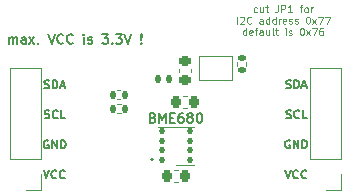
<source format=gbr>
%TF.GenerationSoftware,KiCad,Pcbnew,6.0.11-2627ca5db0~126~ubuntu22.04.1*%
%TF.CreationDate,2023-09-07T17:42:38+02:00*%
%TF.ProjectId,I2C_Module_BME680_FUEL4EP,4932435f-4d6f-4647-956c-655f424d4536,V1.0*%
%TF.SameCoordinates,Original*%
%TF.FileFunction,Legend,Top*%
%TF.FilePolarity,Positive*%
%FSLAX46Y46*%
G04 Gerber Fmt 4.6, Leading zero omitted, Abs format (unit mm)*
G04 Created by KiCad (PCBNEW 6.0.11-2627ca5db0~126~ubuntu22.04.1) date 2023-09-07 17:42:38*
%MOMM*%
%LPD*%
G01*
G04 APERTURE LIST*
G04 Aperture macros list*
%AMRoundRect*
0 Rectangle with rounded corners*
0 $1 Rounding radius*
0 $2 $3 $4 $5 $6 $7 $8 $9 X,Y pos of 4 corners*
0 Add a 4 corners polygon primitive as box body*
4,1,4,$2,$3,$4,$5,$6,$7,$8,$9,$2,$3,0*
0 Add four circle primitives for the rounded corners*
1,1,$1+$1,$2,$3*
1,1,$1+$1,$4,$5*
1,1,$1+$1,$6,$7*
1,1,$1+$1,$8,$9*
0 Add four rect primitives between the rounded corners*
20,1,$1+$1,$2,$3,$4,$5,0*
20,1,$1+$1,$4,$5,$6,$7,0*
20,1,$1+$1,$6,$7,$8,$9,0*
20,1,$1+$1,$8,$9,$2,$3,0*%
G04 Aperture macros list end*
%ADD10C,0.176200*%
%ADD11C,0.150000*%
%ADD12C,0.100000*%
%ADD13C,0.152400*%
%ADD14C,0.120000*%
%ADD15RoundRect,0.225000X0.250000X-0.225000X0.250000X0.225000X-0.250000X0.225000X-0.250000X-0.225000X0*%
%ADD16R,1.700000X1.700000*%
%ADD17O,1.700000X1.700000*%
%ADD18RoundRect,0.147500X-0.147500X-0.172500X0.147500X-0.172500X0.147500X0.172500X-0.147500X0.172500X0*%
%ADD19RoundRect,0.125000X0.137500X-0.125000X0.137500X0.125000X-0.137500X0.125000X-0.137500X-0.125000X0*%
%ADD20R,1.000000X1.500000*%
%ADD21RoundRect,0.225000X0.225000X0.250000X-0.225000X0.250000X-0.225000X-0.250000X0.225000X-0.250000X0*%
%ADD22RoundRect,0.135000X0.135000X0.185000X-0.135000X0.185000X-0.135000X-0.185000X0.135000X-0.185000X0*%
%ADD23RoundRect,0.135000X-0.185000X0.135000X-0.185000X-0.135000X0.185000X-0.135000X0.185000X0.135000X0*%
%ADD24RoundRect,0.225000X-0.225000X-0.250000X0.225000X-0.250000X0.225000X0.250000X-0.225000X0.250000X0*%
G04 APERTURE END LIST*
D10*
X13288100Y3200000D02*
G75*
G03*
X13288100Y3200000I-88100J0D01*
G01*
D11*
X4119666Y6736666D02*
X4219666Y6703333D01*
X4386333Y6703333D01*
X4453000Y6736666D01*
X4486333Y6770000D01*
X4519666Y6836666D01*
X4519666Y6903333D01*
X4486333Y6970000D01*
X4453000Y7003333D01*
X4386333Y7036666D01*
X4253000Y7070000D01*
X4186333Y7103333D01*
X4153000Y7136666D01*
X4119666Y7203333D01*
X4119666Y7270000D01*
X4153000Y7336666D01*
X4186333Y7370000D01*
X4253000Y7403333D01*
X4419666Y7403333D01*
X4519666Y7370000D01*
X5219666Y6770000D02*
X5186333Y6736666D01*
X5086333Y6703333D01*
X5019666Y6703333D01*
X4919666Y6736666D01*
X4853000Y6803333D01*
X4819666Y6870000D01*
X4786333Y7003333D01*
X4786333Y7103333D01*
X4819666Y7236666D01*
X4853000Y7303333D01*
X4919666Y7370000D01*
X5019666Y7403333D01*
X5086333Y7403333D01*
X5186333Y7370000D01*
X5219666Y7336666D01*
X5853000Y6703333D02*
X5519666Y6703333D01*
X5519666Y7403333D01*
X24550000Y9276666D02*
X24650000Y9243333D01*
X24816666Y9243333D01*
X24883333Y9276666D01*
X24916666Y9310000D01*
X24950000Y9376666D01*
X24950000Y9443333D01*
X24916666Y9510000D01*
X24883333Y9543333D01*
X24816666Y9576666D01*
X24683333Y9610000D01*
X24616666Y9643333D01*
X24583333Y9676666D01*
X24550000Y9743333D01*
X24550000Y9810000D01*
X24583333Y9876666D01*
X24616666Y9910000D01*
X24683333Y9943333D01*
X24850000Y9943333D01*
X24950000Y9910000D01*
X25250000Y9243333D02*
X25250000Y9943333D01*
X25416666Y9943333D01*
X25516666Y9910000D01*
X25583333Y9843333D01*
X25616666Y9776666D01*
X25650000Y9643333D01*
X25650000Y9543333D01*
X25616666Y9410000D01*
X25583333Y9343333D01*
X25516666Y9276666D01*
X25416666Y9243333D01*
X25250000Y9243333D01*
X25916666Y9443333D02*
X26250000Y9443333D01*
X25850000Y9243333D02*
X26083333Y9943333D01*
X26316666Y9243333D01*
X24866666Y4830000D02*
X24800000Y4863333D01*
X24700000Y4863333D01*
X24600000Y4830000D01*
X24533333Y4763333D01*
X24500000Y4696666D01*
X24466666Y4563333D01*
X24466666Y4463333D01*
X24500000Y4330000D01*
X24533333Y4263333D01*
X24600000Y4196666D01*
X24700000Y4163333D01*
X24766666Y4163333D01*
X24866666Y4196666D01*
X24900000Y4230000D01*
X24900000Y4463333D01*
X24766666Y4463333D01*
X25200000Y4163333D02*
X25200000Y4863333D01*
X25600000Y4163333D01*
X25600000Y4863333D01*
X25933333Y4163333D02*
X25933333Y4863333D01*
X26100000Y4863333D01*
X26200000Y4830000D01*
X26266666Y4763333D01*
X26300000Y4696666D01*
X26333333Y4563333D01*
X26333333Y4463333D01*
X26300000Y4330000D01*
X26266666Y4263333D01*
X26200000Y4196666D01*
X26100000Y4163333D01*
X25933333Y4163333D01*
X4419666Y4830000D02*
X4353000Y4863333D01*
X4253000Y4863333D01*
X4153000Y4830000D01*
X4086333Y4763333D01*
X4053000Y4696666D01*
X4019666Y4563333D01*
X4019666Y4463333D01*
X4053000Y4330000D01*
X4086333Y4263333D01*
X4153000Y4196666D01*
X4253000Y4163333D01*
X4319666Y4163333D01*
X4419666Y4196666D01*
X4453000Y4230000D01*
X4453000Y4463333D01*
X4319666Y4463333D01*
X4753000Y4163333D02*
X4753000Y4863333D01*
X5153000Y4163333D01*
X5153000Y4863333D01*
X5486333Y4163333D02*
X5486333Y4863333D01*
X5653000Y4863333D01*
X5753000Y4830000D01*
X5819666Y4763333D01*
X5853000Y4696666D01*
X5886333Y4563333D01*
X5886333Y4463333D01*
X5853000Y4330000D01*
X5819666Y4263333D01*
X5753000Y4196666D01*
X5653000Y4163333D01*
X5486333Y4163333D01*
X24566666Y6736666D02*
X24666666Y6703333D01*
X24833333Y6703333D01*
X24900000Y6736666D01*
X24933333Y6770000D01*
X24966666Y6836666D01*
X24966666Y6903333D01*
X24933333Y6970000D01*
X24900000Y7003333D01*
X24833333Y7036666D01*
X24700000Y7070000D01*
X24633333Y7103333D01*
X24600000Y7136666D01*
X24566666Y7203333D01*
X24566666Y7270000D01*
X24600000Y7336666D01*
X24633333Y7370000D01*
X24700000Y7403333D01*
X24866666Y7403333D01*
X24966666Y7370000D01*
X25666666Y6770000D02*
X25633333Y6736666D01*
X25533333Y6703333D01*
X25466666Y6703333D01*
X25366666Y6736666D01*
X25300000Y6803333D01*
X25266666Y6870000D01*
X25233333Y7003333D01*
X25233333Y7103333D01*
X25266666Y7236666D01*
X25300000Y7303333D01*
X25366666Y7370000D01*
X25466666Y7403333D01*
X25533333Y7403333D01*
X25633333Y7370000D01*
X25666666Y7336666D01*
X26300000Y6703333D02*
X25966666Y6703333D01*
X25966666Y7403333D01*
X4019666Y2323333D02*
X4253000Y1623333D01*
X4486333Y2323333D01*
X5119666Y1690000D02*
X5086333Y1656666D01*
X4986333Y1623333D01*
X4919666Y1623333D01*
X4819666Y1656666D01*
X4753000Y1723333D01*
X4719666Y1790000D01*
X4686333Y1923333D01*
X4686333Y2023333D01*
X4719666Y2156666D01*
X4753000Y2223333D01*
X4819666Y2290000D01*
X4919666Y2323333D01*
X4986333Y2323333D01*
X5086333Y2290000D01*
X5119666Y2256666D01*
X5819666Y1690000D02*
X5786333Y1656666D01*
X5686333Y1623333D01*
X5619666Y1623333D01*
X5519666Y1656666D01*
X5453000Y1723333D01*
X5419666Y1790000D01*
X5386333Y1923333D01*
X5386333Y2023333D01*
X5419666Y2156666D01*
X5453000Y2223333D01*
X5519666Y2290000D01*
X5619666Y2323333D01*
X5686333Y2323333D01*
X5786333Y2290000D01*
X5819666Y2256666D01*
D12*
X22100000Y15723142D02*
X22042857Y15694571D01*
X21928571Y15694571D01*
X21871428Y15723142D01*
X21842857Y15751714D01*
X21814285Y15808857D01*
X21814285Y15980285D01*
X21842857Y16037428D01*
X21871428Y16066000D01*
X21928571Y16094571D01*
X22042857Y16094571D01*
X22100000Y16066000D01*
X22614285Y16094571D02*
X22614285Y15694571D01*
X22357142Y16094571D02*
X22357142Y15780285D01*
X22385714Y15723142D01*
X22442857Y15694571D01*
X22528571Y15694571D01*
X22585714Y15723142D01*
X22614285Y15751714D01*
X22814285Y16094571D02*
X23042857Y16094571D01*
X22900000Y16294571D02*
X22900000Y15780285D01*
X22928571Y15723142D01*
X22985714Y15694571D01*
X23042857Y15694571D01*
X23871428Y16294571D02*
X23871428Y15866000D01*
X23842857Y15780285D01*
X23785714Y15723142D01*
X23700000Y15694571D01*
X23642857Y15694571D01*
X24157142Y15694571D02*
X24157142Y16294571D01*
X24385714Y16294571D01*
X24442857Y16266000D01*
X24471428Y16237428D01*
X24500000Y16180285D01*
X24500000Y16094571D01*
X24471428Y16037428D01*
X24442857Y16008857D01*
X24385714Y15980285D01*
X24157142Y15980285D01*
X25071428Y15694571D02*
X24728571Y15694571D01*
X24900000Y15694571D02*
X24900000Y16294571D01*
X24842857Y16208857D01*
X24785714Y16151714D01*
X24728571Y16123142D01*
X25700000Y16094571D02*
X25928571Y16094571D01*
X25785714Y15694571D02*
X25785714Y16208857D01*
X25814285Y16266000D01*
X25871428Y16294571D01*
X25928571Y16294571D01*
X26214285Y15694571D02*
X26157142Y15723142D01*
X26128571Y15751714D01*
X26100000Y15808857D01*
X26100000Y15980285D01*
X26128571Y16037428D01*
X26157142Y16066000D01*
X26214285Y16094571D01*
X26300000Y16094571D01*
X26357142Y16066000D01*
X26385714Y16037428D01*
X26414285Y15980285D01*
X26414285Y15808857D01*
X26385714Y15751714D01*
X26357142Y15723142D01*
X26300000Y15694571D01*
X26214285Y15694571D01*
X26671428Y15694571D02*
X26671428Y16094571D01*
X26671428Y15980285D02*
X26700000Y16037428D01*
X26728571Y16066000D01*
X26785714Y16094571D01*
X26842857Y16094571D01*
X20414285Y14728571D02*
X20414285Y15328571D01*
X20671428Y15271428D02*
X20700000Y15300000D01*
X20757142Y15328571D01*
X20900000Y15328571D01*
X20957142Y15300000D01*
X20985714Y15271428D01*
X21014285Y15214285D01*
X21014285Y15157142D01*
X20985714Y15071428D01*
X20642857Y14728571D01*
X21014285Y14728571D01*
X21614285Y14785714D02*
X21585714Y14757142D01*
X21500000Y14728571D01*
X21442857Y14728571D01*
X21357142Y14757142D01*
X21300000Y14814285D01*
X21271428Y14871428D01*
X21242857Y14985714D01*
X21242857Y15071428D01*
X21271428Y15185714D01*
X21300000Y15242857D01*
X21357142Y15300000D01*
X21442857Y15328571D01*
X21500000Y15328571D01*
X21585714Y15300000D01*
X21614285Y15271428D01*
X22585714Y14728571D02*
X22585714Y15042857D01*
X22557142Y15100000D01*
X22500000Y15128571D01*
X22385714Y15128571D01*
X22328571Y15100000D01*
X22585714Y14757142D02*
X22528571Y14728571D01*
X22385714Y14728571D01*
X22328571Y14757142D01*
X22300000Y14814285D01*
X22300000Y14871428D01*
X22328571Y14928571D01*
X22385714Y14957142D01*
X22528571Y14957142D01*
X22585714Y14985714D01*
X23128571Y14728571D02*
X23128571Y15328571D01*
X23128571Y14757142D02*
X23071428Y14728571D01*
X22957142Y14728571D01*
X22900000Y14757142D01*
X22871428Y14785714D01*
X22842857Y14842857D01*
X22842857Y15014285D01*
X22871428Y15071428D01*
X22900000Y15100000D01*
X22957142Y15128571D01*
X23071428Y15128571D01*
X23128571Y15100000D01*
X23671428Y14728571D02*
X23671428Y15328571D01*
X23671428Y14757142D02*
X23614285Y14728571D01*
X23500000Y14728571D01*
X23442857Y14757142D01*
X23414285Y14785714D01*
X23385714Y14842857D01*
X23385714Y15014285D01*
X23414285Y15071428D01*
X23442857Y15100000D01*
X23500000Y15128571D01*
X23614285Y15128571D01*
X23671428Y15100000D01*
X23957142Y14728571D02*
X23957142Y15128571D01*
X23957142Y15014285D02*
X23985714Y15071428D01*
X24014285Y15100000D01*
X24071428Y15128571D01*
X24128571Y15128571D01*
X24557142Y14757142D02*
X24500000Y14728571D01*
X24385714Y14728571D01*
X24328571Y14757142D01*
X24300000Y14814285D01*
X24300000Y15042857D01*
X24328571Y15100000D01*
X24385714Y15128571D01*
X24500000Y15128571D01*
X24557142Y15100000D01*
X24585714Y15042857D01*
X24585714Y14985714D01*
X24300000Y14928571D01*
X24814285Y14757142D02*
X24871428Y14728571D01*
X24985714Y14728571D01*
X25042857Y14757142D01*
X25071428Y14814285D01*
X25071428Y14842857D01*
X25042857Y14900000D01*
X24985714Y14928571D01*
X24900000Y14928571D01*
X24842857Y14957142D01*
X24814285Y15014285D01*
X24814285Y15042857D01*
X24842857Y15100000D01*
X24900000Y15128571D01*
X24985714Y15128571D01*
X25042857Y15100000D01*
X25300000Y14757142D02*
X25357142Y14728571D01*
X25471428Y14728571D01*
X25528571Y14757142D01*
X25557142Y14814285D01*
X25557142Y14842857D01*
X25528571Y14900000D01*
X25471428Y14928571D01*
X25385714Y14928571D01*
X25328571Y14957142D01*
X25300000Y15014285D01*
X25300000Y15042857D01*
X25328571Y15100000D01*
X25385714Y15128571D01*
X25471428Y15128571D01*
X25528571Y15100000D01*
X26385714Y15328571D02*
X26442857Y15328571D01*
X26500000Y15300000D01*
X26528571Y15271428D01*
X26557142Y15214285D01*
X26585714Y15100000D01*
X26585714Y14957142D01*
X26557142Y14842857D01*
X26528571Y14785714D01*
X26500000Y14757142D01*
X26442857Y14728571D01*
X26385714Y14728571D01*
X26328571Y14757142D01*
X26300000Y14785714D01*
X26271428Y14842857D01*
X26242857Y14957142D01*
X26242857Y15100000D01*
X26271428Y15214285D01*
X26300000Y15271428D01*
X26328571Y15300000D01*
X26385714Y15328571D01*
X26785714Y14728571D02*
X27100000Y15128571D01*
X26785714Y15128571D02*
X27100000Y14728571D01*
X27271428Y15328571D02*
X27671428Y15328571D01*
X27414285Y14728571D01*
X27842857Y15328571D02*
X28242857Y15328571D01*
X27985714Y14728571D01*
X21185714Y13762571D02*
X21185714Y14362571D01*
X21185714Y13791142D02*
X21128571Y13762571D01*
X21014285Y13762571D01*
X20957142Y13791142D01*
X20928571Y13819714D01*
X20899999Y13876857D01*
X20899999Y14048285D01*
X20928571Y14105428D01*
X20957142Y14134000D01*
X21014285Y14162571D01*
X21128571Y14162571D01*
X21185714Y14134000D01*
X21699999Y13791142D02*
X21642857Y13762571D01*
X21528571Y13762571D01*
X21471428Y13791142D01*
X21442857Y13848285D01*
X21442857Y14076857D01*
X21471428Y14134000D01*
X21528571Y14162571D01*
X21642857Y14162571D01*
X21699999Y14134000D01*
X21728571Y14076857D01*
X21728571Y14019714D01*
X21442857Y13962571D01*
X21899999Y14162571D02*
X22128571Y14162571D01*
X21985714Y13762571D02*
X21985714Y14276857D01*
X22014285Y14334000D01*
X22071428Y14362571D01*
X22128571Y14362571D01*
X22585714Y13762571D02*
X22585714Y14076857D01*
X22557142Y14134000D01*
X22499999Y14162571D01*
X22385714Y14162571D01*
X22328571Y14134000D01*
X22585714Y13791142D02*
X22528571Y13762571D01*
X22385714Y13762571D01*
X22328571Y13791142D01*
X22299999Y13848285D01*
X22299999Y13905428D01*
X22328571Y13962571D01*
X22385714Y13991142D01*
X22528571Y13991142D01*
X22585714Y14019714D01*
X23128571Y14162571D02*
X23128571Y13762571D01*
X22871428Y14162571D02*
X22871428Y13848285D01*
X22899999Y13791142D01*
X22957142Y13762571D01*
X23042857Y13762571D01*
X23099999Y13791142D01*
X23128571Y13819714D01*
X23499999Y13762571D02*
X23442857Y13791142D01*
X23414285Y13848285D01*
X23414285Y14362571D01*
X23642857Y14162571D02*
X23871428Y14162571D01*
X23728571Y14362571D02*
X23728571Y13848285D01*
X23757142Y13791142D01*
X23814285Y13762571D01*
X23871428Y13762571D01*
X24528571Y13762571D02*
X24528571Y14162571D01*
X24528571Y14362571D02*
X24499999Y14334000D01*
X24528571Y14305428D01*
X24557142Y14334000D01*
X24528571Y14362571D01*
X24528571Y14305428D01*
X24785714Y13791142D02*
X24842857Y13762571D01*
X24957142Y13762571D01*
X25014285Y13791142D01*
X25042857Y13848285D01*
X25042857Y13876857D01*
X25014285Y13934000D01*
X24957142Y13962571D01*
X24871428Y13962571D01*
X24814285Y13991142D01*
X24785714Y14048285D01*
X24785714Y14076857D01*
X24814285Y14134000D01*
X24871428Y14162571D01*
X24957142Y14162571D01*
X25014285Y14134000D01*
X25871428Y14362571D02*
X25928571Y14362571D01*
X25985714Y14334000D01*
X26014285Y14305428D01*
X26042857Y14248285D01*
X26071428Y14134000D01*
X26071428Y13991142D01*
X26042857Y13876857D01*
X26014285Y13819714D01*
X25985714Y13791142D01*
X25928571Y13762571D01*
X25871428Y13762571D01*
X25814285Y13791142D01*
X25785714Y13819714D01*
X25757142Y13876857D01*
X25728571Y13991142D01*
X25728571Y14134000D01*
X25757142Y14248285D01*
X25785714Y14305428D01*
X25814285Y14334000D01*
X25871428Y14362571D01*
X26271428Y13762571D02*
X26585714Y14162571D01*
X26271428Y14162571D02*
X26585714Y13762571D01*
X26757142Y14362571D02*
X27157142Y14362571D01*
X26899999Y13762571D01*
X27642857Y14362571D02*
X27528571Y14362571D01*
X27471428Y14334000D01*
X27442857Y14305428D01*
X27385714Y14219714D01*
X27357142Y14105428D01*
X27357142Y13876857D01*
X27385714Y13819714D01*
X27414285Y13791142D01*
X27471428Y13762571D01*
X27585714Y13762571D01*
X27642857Y13791142D01*
X27671428Y13819714D01*
X27699999Y13876857D01*
X27699999Y14019714D01*
X27671428Y14076857D01*
X27642857Y14105428D01*
X27585714Y14134000D01*
X27471428Y14134000D01*
X27414285Y14105428D01*
X27385714Y14076857D01*
X27357142Y14019714D01*
D13*
X13264761Y6758057D02*
X13380876Y6719352D01*
X13419580Y6680647D01*
X13458285Y6603238D01*
X13458285Y6487123D01*
X13419580Y6409714D01*
X13380876Y6371009D01*
X13303466Y6332304D01*
X12993828Y6332304D01*
X12993828Y7145104D01*
X13264761Y7145104D01*
X13342171Y7106400D01*
X13380876Y7067695D01*
X13419580Y6990285D01*
X13419580Y6912876D01*
X13380876Y6835466D01*
X13342171Y6796761D01*
X13264761Y6758057D01*
X12993828Y6758057D01*
X13806628Y6332304D02*
X13806628Y7145104D01*
X14077561Y6564533D01*
X14348495Y7145104D01*
X14348495Y6332304D01*
X14735542Y6758057D02*
X15006476Y6758057D01*
X15122590Y6332304D02*
X14735542Y6332304D01*
X14735542Y7145104D01*
X15122590Y7145104D01*
X15819276Y7145104D02*
X15664457Y7145104D01*
X15587047Y7106400D01*
X15548342Y7067695D01*
X15470933Y6951580D01*
X15432228Y6796761D01*
X15432228Y6487123D01*
X15470933Y6409714D01*
X15509638Y6371009D01*
X15587047Y6332304D01*
X15741866Y6332304D01*
X15819276Y6371009D01*
X15857980Y6409714D01*
X15896685Y6487123D01*
X15896685Y6680647D01*
X15857980Y6758057D01*
X15819276Y6796761D01*
X15741866Y6835466D01*
X15587047Y6835466D01*
X15509638Y6796761D01*
X15470933Y6758057D01*
X15432228Y6680647D01*
X16361142Y6796761D02*
X16283733Y6835466D01*
X16245028Y6874171D01*
X16206323Y6951580D01*
X16206323Y6990285D01*
X16245028Y7067695D01*
X16283733Y7106400D01*
X16361142Y7145104D01*
X16515961Y7145104D01*
X16593371Y7106400D01*
X16632076Y7067695D01*
X16670780Y6990285D01*
X16670780Y6951580D01*
X16632076Y6874171D01*
X16593371Y6835466D01*
X16515961Y6796761D01*
X16361142Y6796761D01*
X16283733Y6758057D01*
X16245028Y6719352D01*
X16206323Y6641942D01*
X16206323Y6487123D01*
X16245028Y6409714D01*
X16283733Y6371009D01*
X16361142Y6332304D01*
X16515961Y6332304D01*
X16593371Y6371009D01*
X16632076Y6409714D01*
X16670780Y6487123D01*
X16670780Y6641942D01*
X16632076Y6719352D01*
X16593371Y6758057D01*
X16515961Y6796761D01*
X17173942Y7145104D02*
X17251352Y7145104D01*
X17328761Y7106400D01*
X17367466Y7067695D01*
X17406171Y6990285D01*
X17444876Y6835466D01*
X17444876Y6641942D01*
X17406171Y6487123D01*
X17367466Y6409714D01*
X17328761Y6371009D01*
X17251352Y6332304D01*
X17173942Y6332304D01*
X17096533Y6371009D01*
X17057828Y6409714D01*
X17019123Y6487123D01*
X16980419Y6641942D01*
X16980419Y6835466D01*
X17019123Y6990285D01*
X17057828Y7067695D01*
X17096533Y7106400D01*
X17173942Y7145104D01*
D11*
X4103000Y9276666D02*
X4203000Y9243333D01*
X4369666Y9243333D01*
X4436333Y9276666D01*
X4469666Y9310000D01*
X4503000Y9376666D01*
X4503000Y9443333D01*
X4469666Y9510000D01*
X4436333Y9543333D01*
X4369666Y9576666D01*
X4236333Y9610000D01*
X4169666Y9643333D01*
X4136333Y9676666D01*
X4103000Y9743333D01*
X4103000Y9810000D01*
X4136333Y9876666D01*
X4169666Y9910000D01*
X4236333Y9943333D01*
X4403000Y9943333D01*
X4503000Y9910000D01*
X4803000Y9243333D02*
X4803000Y9943333D01*
X4969666Y9943333D01*
X5069666Y9910000D01*
X5136333Y9843333D01*
X5169666Y9776666D01*
X5203000Y9643333D01*
X5203000Y9543333D01*
X5169666Y9410000D01*
X5136333Y9343333D01*
X5069666Y9276666D01*
X4969666Y9243333D01*
X4803000Y9243333D01*
X5469666Y9443333D02*
X5803000Y9443333D01*
X5403000Y9243333D02*
X5636333Y9943333D01*
X5869666Y9243333D01*
X24466666Y2323333D02*
X24700000Y1623333D01*
X24933333Y2323333D01*
X25566666Y1690000D02*
X25533333Y1656666D01*
X25433333Y1623333D01*
X25366666Y1623333D01*
X25266666Y1656666D01*
X25200000Y1723333D01*
X25166666Y1790000D01*
X25133333Y1923333D01*
X25133333Y2023333D01*
X25166666Y2156666D01*
X25200000Y2223333D01*
X25266666Y2290000D01*
X25366666Y2323333D01*
X25433333Y2323333D01*
X25533333Y2290000D01*
X25566666Y2256666D01*
X26266666Y1690000D02*
X26233333Y1656666D01*
X26133333Y1623333D01*
X26066666Y1623333D01*
X25966666Y1656666D01*
X25900000Y1723333D01*
X25866666Y1790000D01*
X25833333Y1923333D01*
X25833333Y2023333D01*
X25866666Y2156666D01*
X25900000Y2223333D01*
X25966666Y2290000D01*
X26066666Y2323333D01*
X26133333Y2323333D01*
X26233333Y2290000D01*
X26266666Y2256666D01*
D13*
X1119047Y13038095D02*
X1119047Y13571428D01*
X1119047Y13495238D02*
X1157142Y13533333D01*
X1233333Y13571428D01*
X1347619Y13571428D01*
X1423809Y13533333D01*
X1461904Y13457142D01*
X1461904Y13038095D01*
X1461904Y13457142D02*
X1500000Y13533333D01*
X1576190Y13571428D01*
X1690476Y13571428D01*
X1766666Y13533333D01*
X1804761Y13457142D01*
X1804761Y13038095D01*
X2528571Y13038095D02*
X2528571Y13457142D01*
X2490476Y13533333D01*
X2414285Y13571428D01*
X2261904Y13571428D01*
X2185714Y13533333D01*
X2528571Y13076190D02*
X2452380Y13038095D01*
X2261904Y13038095D01*
X2185714Y13076190D01*
X2147619Y13152380D01*
X2147619Y13228571D01*
X2185714Y13304761D01*
X2261904Y13342857D01*
X2452380Y13342857D01*
X2528571Y13380952D01*
X2833333Y13038095D02*
X3252380Y13571428D01*
X2833333Y13571428D02*
X3252380Y13038095D01*
X3557142Y13114285D02*
X3595238Y13076190D01*
X3557142Y13038095D01*
X3519047Y13076190D01*
X3557142Y13114285D01*
X3557142Y13038095D01*
X4433333Y13838095D02*
X4699999Y13038095D01*
X4966666Y13838095D01*
X5690476Y13114285D02*
X5652380Y13076190D01*
X5538095Y13038095D01*
X5461904Y13038095D01*
X5347619Y13076190D01*
X5271428Y13152380D01*
X5233333Y13228571D01*
X5195238Y13380952D01*
X5195238Y13495238D01*
X5233333Y13647619D01*
X5271428Y13723809D01*
X5347619Y13800000D01*
X5461904Y13838095D01*
X5538095Y13838095D01*
X5652380Y13800000D01*
X5690476Y13761904D01*
X6490476Y13114285D02*
X6452380Y13076190D01*
X6338095Y13038095D01*
X6261904Y13038095D01*
X6147619Y13076190D01*
X6071428Y13152380D01*
X6033333Y13228571D01*
X5995238Y13380952D01*
X5995238Y13495238D01*
X6033333Y13647619D01*
X6071428Y13723809D01*
X6147619Y13800000D01*
X6261904Y13838095D01*
X6338095Y13838095D01*
X6452380Y13800000D01*
X6490476Y13761904D01*
X7442857Y13038095D02*
X7442857Y13571428D01*
X7442857Y13838095D02*
X7404761Y13800000D01*
X7442857Y13761904D01*
X7480952Y13800000D01*
X7442857Y13838095D01*
X7442857Y13761904D01*
X7785714Y13076190D02*
X7861904Y13038095D01*
X8014285Y13038095D01*
X8090476Y13076190D01*
X8128571Y13152380D01*
X8128571Y13190476D01*
X8090476Y13266666D01*
X8014285Y13304761D01*
X7899999Y13304761D01*
X7823809Y13342857D01*
X7785714Y13419047D01*
X7785714Y13457142D01*
X7823809Y13533333D01*
X7899999Y13571428D01*
X8014285Y13571428D01*
X8090476Y13533333D01*
X9004761Y13838095D02*
X9500000Y13838095D01*
X9233333Y13533333D01*
X9347619Y13533333D01*
X9423809Y13495238D01*
X9461904Y13457142D01*
X9500000Y13380952D01*
X9500000Y13190476D01*
X9461904Y13114285D01*
X9423809Y13076190D01*
X9347619Y13038095D01*
X9119047Y13038095D01*
X9042857Y13076190D01*
X9004761Y13114285D01*
X9842857Y13114285D02*
X9880952Y13076190D01*
X9842857Y13038095D01*
X9804761Y13076190D01*
X9842857Y13114285D01*
X9842857Y13038095D01*
X10147619Y13838095D02*
X10642857Y13838095D01*
X10376190Y13533333D01*
X10490476Y13533333D01*
X10566666Y13495238D01*
X10604761Y13457142D01*
X10642857Y13380952D01*
X10642857Y13190476D01*
X10604761Y13114285D01*
X10566666Y13076190D01*
X10490476Y13038095D01*
X10261904Y13038095D01*
X10185714Y13076190D01*
X10147619Y13114285D01*
X10871428Y13838095D02*
X11138095Y13038095D01*
X11404761Y13838095D01*
X12280952Y13114285D02*
X12319047Y13076190D01*
X12280952Y13038095D01*
X12242857Y13076190D01*
X12280952Y13114285D01*
X12280952Y13038095D01*
X12280952Y13342857D02*
X12242857Y13800000D01*
X12280952Y13838095D01*
X12319047Y13800000D01*
X12280952Y13342857D01*
X12280952Y13838095D01*
D14*
%TO.C,C1*%
X15490000Y10609420D02*
X15490000Y10890580D01*
X16510000Y10609420D02*
X16510000Y10890580D01*
%TO.C,J1*%
X3830000Y3270000D02*
X1170000Y3270000D01*
X3830000Y10950000D02*
X1170000Y10950000D01*
X1170000Y3270000D02*
X1170000Y10950000D01*
X3830000Y2000000D02*
X3830000Y670000D01*
X3830000Y3270000D02*
X3830000Y10950000D01*
X3830000Y670000D02*
X2500000Y670000D01*
%TO.C,J2*%
X26570000Y3270000D02*
X26570000Y10950000D01*
X29230000Y670000D02*
X27900000Y670000D01*
X29230000Y10950000D02*
X26570000Y10950000D01*
X29230000Y3270000D02*
X29230000Y10950000D01*
X29230000Y2000000D02*
X29230000Y670000D01*
X29230000Y3270000D02*
X26570000Y3270000D01*
%TO.C,U1*%
X15250000Y2790000D02*
X16750000Y2790000D01*
X13750000Y6010000D02*
X16750000Y6010000D01*
%TO.C,JP1*%
X17210000Y9985000D02*
X17210000Y11985000D01*
X20010000Y11985000D02*
X20010000Y9985000D01*
X20010000Y9985000D02*
X17210000Y9985000D01*
X17210000Y11985000D02*
X20010000Y11985000D01*
%TO.C,C3*%
X16140580Y7590000D02*
X15859420Y7590000D01*
X16140580Y8610000D02*
X15859420Y8610000D01*
%TO.C,R1*%
X10533641Y8335000D02*
X10226359Y8335000D01*
X10533641Y9095000D02*
X10226359Y9095000D01*
%TO.C,R3*%
X20420000Y11453641D02*
X20420000Y11146359D01*
X21180000Y11453641D02*
X21180000Y11146359D01*
%TO.C,C4*%
X15109420Y2310000D02*
X15390580Y2310000D01*
X15109420Y1290000D02*
X15390580Y1290000D01*
%TO.C,R2*%
X10553641Y7120000D02*
X10246359Y7120000D01*
X10553641Y7880000D02*
X10246359Y7880000D01*
%TD*%
%LPC*%
D15*
%TO.C,C1*%
X16000000Y9975000D03*
X16000000Y11525000D03*
%TD*%
D16*
%TO.C,J1*%
X2500000Y2000000D03*
D17*
X2500000Y4540000D03*
X2500000Y7080000D03*
X2500000Y9620000D03*
%TD*%
D18*
%TO.C,FB1*%
X13715000Y10000000D03*
X14685000Y10000000D03*
%TD*%
D16*
%TO.C,J2*%
X27900000Y2000000D03*
D17*
X27900000Y4540000D03*
X27900000Y7080000D03*
X27900000Y9620000D03*
%TD*%
D19*
%TO.C,U1*%
X14062500Y3200000D03*
X14062500Y4000000D03*
X14062500Y4800000D03*
X14062500Y5600000D03*
X16437500Y5600000D03*
X16437500Y4800000D03*
X16437500Y4000000D03*
X16437500Y3200000D03*
%TD*%
D20*
%TO.C,JP1*%
X17960000Y10985000D03*
X19260000Y10985000D03*
%TD*%
D21*
%TO.C,C3*%
X16775000Y8100000D03*
X15225000Y8100000D03*
%TD*%
D22*
%TO.C,R1*%
X10890000Y8715000D03*
X9870000Y8715000D03*
%TD*%
D23*
%TO.C,R3*%
X20800000Y11810000D03*
X20800000Y10790000D03*
%TD*%
D24*
%TO.C,C4*%
X14475000Y1800000D03*
X16025000Y1800000D03*
%TD*%
D22*
%TO.C,R2*%
X10910000Y7500000D03*
X9890000Y7500000D03*
%TD*%
M02*

</source>
